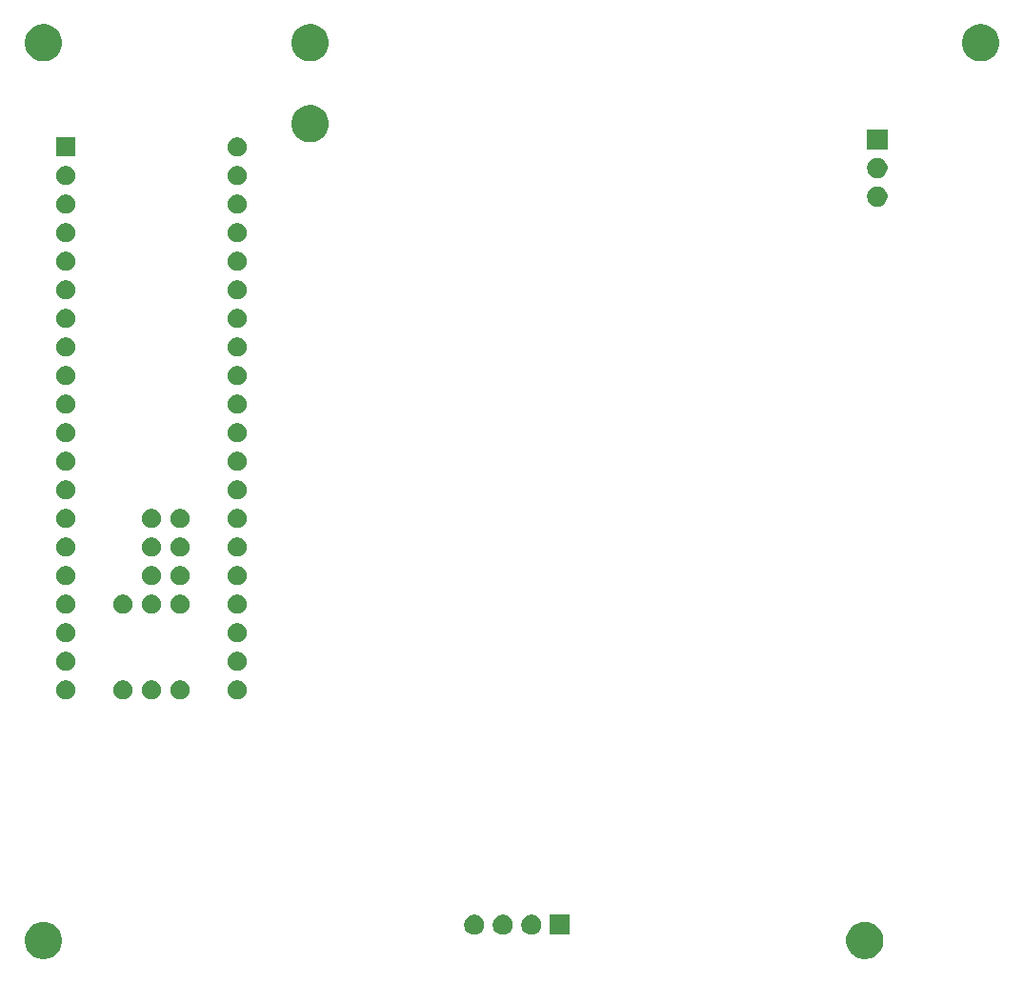
<source format=gbr>
G04 #@! TF.GenerationSoftware,KiCad,Pcbnew,(5.1.5)-3*
G04 #@! TF.CreationDate,2020-05-26T01:54:40-08:00*
G04 #@! TF.ProjectId,board,626f6172-642e-46b6-9963-61645f706362,rev?*
G04 #@! TF.SameCoordinates,Original*
G04 #@! TF.FileFunction,Soldermask,Bot*
G04 #@! TF.FilePolarity,Negative*
%FSLAX46Y46*%
G04 Gerber Fmt 4.6, Leading zero omitted, Abs format (unit mm)*
G04 Created by KiCad (PCBNEW (5.1.5)-3) date 2020-05-26 01:54:40*
%MOMM*%
%LPD*%
G04 APERTURE LIST*
%ADD10C,0.100000*%
G04 APERTURE END LIST*
D10*
G36*
X191575256Y-134991298D02*
G01*
X191681579Y-135012447D01*
X191982042Y-135136903D01*
X192252451Y-135317585D01*
X192482415Y-135547549D01*
X192663097Y-135817958D01*
X192787553Y-136118421D01*
X192851000Y-136437391D01*
X192851000Y-136762609D01*
X192787553Y-137081579D01*
X192663097Y-137382042D01*
X192482415Y-137652451D01*
X192252451Y-137882415D01*
X191982042Y-138063097D01*
X191681579Y-138187553D01*
X191575256Y-138208702D01*
X191362611Y-138251000D01*
X191037389Y-138251000D01*
X190824744Y-138208702D01*
X190718421Y-138187553D01*
X190417958Y-138063097D01*
X190147549Y-137882415D01*
X189917585Y-137652451D01*
X189736903Y-137382042D01*
X189612447Y-137081579D01*
X189549000Y-136762609D01*
X189549000Y-136437391D01*
X189612447Y-136118421D01*
X189736903Y-135817958D01*
X189917585Y-135547549D01*
X190147549Y-135317585D01*
X190417958Y-135136903D01*
X190718421Y-135012447D01*
X190824744Y-134991298D01*
X191037389Y-134949000D01*
X191362611Y-134949000D01*
X191575256Y-134991298D01*
G37*
G36*
X118575256Y-134991298D02*
G01*
X118681579Y-135012447D01*
X118982042Y-135136903D01*
X119252451Y-135317585D01*
X119482415Y-135547549D01*
X119663097Y-135817958D01*
X119787553Y-136118421D01*
X119851000Y-136437391D01*
X119851000Y-136762609D01*
X119787553Y-137081579D01*
X119663097Y-137382042D01*
X119482415Y-137652451D01*
X119252451Y-137882415D01*
X118982042Y-138063097D01*
X118681579Y-138187553D01*
X118575256Y-138208702D01*
X118362611Y-138251000D01*
X118037389Y-138251000D01*
X117824744Y-138208702D01*
X117718421Y-138187553D01*
X117417958Y-138063097D01*
X117147549Y-137882415D01*
X116917585Y-137652451D01*
X116736903Y-137382042D01*
X116612447Y-137081579D01*
X116549000Y-136762609D01*
X116549000Y-136437391D01*
X116612447Y-136118421D01*
X116736903Y-135817958D01*
X116917585Y-135547549D01*
X117147549Y-135317585D01*
X117417958Y-135136903D01*
X117718421Y-135012447D01*
X117824744Y-134991298D01*
X118037389Y-134949000D01*
X118362611Y-134949000D01*
X118575256Y-134991298D01*
G37*
G36*
X159133512Y-134303927D02*
G01*
X159282812Y-134333624D01*
X159446784Y-134401544D01*
X159594354Y-134500147D01*
X159719853Y-134625646D01*
X159818456Y-134773216D01*
X159886376Y-134937188D01*
X159921000Y-135111259D01*
X159921000Y-135288741D01*
X159886376Y-135462812D01*
X159818456Y-135626784D01*
X159719853Y-135774354D01*
X159594354Y-135899853D01*
X159446784Y-135998456D01*
X159282812Y-136066376D01*
X159133512Y-136096073D01*
X159108742Y-136101000D01*
X158931258Y-136101000D01*
X158906488Y-136096073D01*
X158757188Y-136066376D01*
X158593216Y-135998456D01*
X158445646Y-135899853D01*
X158320147Y-135774354D01*
X158221544Y-135626784D01*
X158153624Y-135462812D01*
X158119000Y-135288741D01*
X158119000Y-135111259D01*
X158153624Y-134937188D01*
X158221544Y-134773216D01*
X158320147Y-134625646D01*
X158445646Y-134500147D01*
X158593216Y-134401544D01*
X158757188Y-134333624D01*
X158906488Y-134303927D01*
X158931258Y-134299000D01*
X159108742Y-134299000D01*
X159133512Y-134303927D01*
G37*
G36*
X161673512Y-134303927D02*
G01*
X161822812Y-134333624D01*
X161986784Y-134401544D01*
X162134354Y-134500147D01*
X162259853Y-134625646D01*
X162358456Y-134773216D01*
X162426376Y-134937188D01*
X162461000Y-135111259D01*
X162461000Y-135288741D01*
X162426376Y-135462812D01*
X162358456Y-135626784D01*
X162259853Y-135774354D01*
X162134354Y-135899853D01*
X161986784Y-135998456D01*
X161822812Y-136066376D01*
X161673512Y-136096073D01*
X161648742Y-136101000D01*
X161471258Y-136101000D01*
X161446488Y-136096073D01*
X161297188Y-136066376D01*
X161133216Y-135998456D01*
X160985646Y-135899853D01*
X160860147Y-135774354D01*
X160761544Y-135626784D01*
X160693624Y-135462812D01*
X160659000Y-135288741D01*
X160659000Y-135111259D01*
X160693624Y-134937188D01*
X160761544Y-134773216D01*
X160860147Y-134625646D01*
X160985646Y-134500147D01*
X161133216Y-134401544D01*
X161297188Y-134333624D01*
X161446488Y-134303927D01*
X161471258Y-134299000D01*
X161648742Y-134299000D01*
X161673512Y-134303927D01*
G37*
G36*
X165001000Y-136101000D02*
G01*
X163199000Y-136101000D01*
X163199000Y-134299000D01*
X165001000Y-134299000D01*
X165001000Y-136101000D01*
G37*
G36*
X156593512Y-134303927D02*
G01*
X156742812Y-134333624D01*
X156906784Y-134401544D01*
X157054354Y-134500147D01*
X157179853Y-134625646D01*
X157278456Y-134773216D01*
X157346376Y-134937188D01*
X157381000Y-135111259D01*
X157381000Y-135288741D01*
X157346376Y-135462812D01*
X157278456Y-135626784D01*
X157179853Y-135774354D01*
X157054354Y-135899853D01*
X156906784Y-135998456D01*
X156742812Y-136066376D01*
X156593512Y-136096073D01*
X156568742Y-136101000D01*
X156391258Y-136101000D01*
X156366488Y-136096073D01*
X156217188Y-136066376D01*
X156053216Y-135998456D01*
X155905646Y-135899853D01*
X155780147Y-135774354D01*
X155681544Y-135626784D01*
X155613624Y-135462812D01*
X155579000Y-135288741D01*
X155579000Y-135111259D01*
X155613624Y-134937188D01*
X155681544Y-134773216D01*
X155780147Y-134625646D01*
X155905646Y-134500147D01*
X156053216Y-134401544D01*
X156217188Y-134333624D01*
X156366488Y-134303927D01*
X156391258Y-134299000D01*
X156568742Y-134299000D01*
X156593512Y-134303927D01*
G37*
G36*
X125508228Y-113511703D02*
G01*
X125663100Y-113575853D01*
X125802481Y-113668985D01*
X125921015Y-113787519D01*
X126014147Y-113926900D01*
X126078297Y-114081772D01*
X126111000Y-114246184D01*
X126111000Y-114413816D01*
X126078297Y-114578228D01*
X126014147Y-114733100D01*
X125921015Y-114872481D01*
X125802481Y-114991015D01*
X125663100Y-115084147D01*
X125508228Y-115148297D01*
X125343816Y-115181000D01*
X125176184Y-115181000D01*
X125011772Y-115148297D01*
X124856900Y-115084147D01*
X124717519Y-114991015D01*
X124598985Y-114872481D01*
X124505853Y-114733100D01*
X124441703Y-114578228D01*
X124409000Y-114413816D01*
X124409000Y-114246184D01*
X124441703Y-114081772D01*
X124505853Y-113926900D01*
X124598985Y-113787519D01*
X124717519Y-113668985D01*
X124856900Y-113575853D01*
X125011772Y-113511703D01*
X125176184Y-113479000D01*
X125343816Y-113479000D01*
X125508228Y-113511703D01*
G37*
G36*
X135668228Y-113511703D02*
G01*
X135823100Y-113575853D01*
X135962481Y-113668985D01*
X136081015Y-113787519D01*
X136174147Y-113926900D01*
X136238297Y-114081772D01*
X136271000Y-114246184D01*
X136271000Y-114413816D01*
X136238297Y-114578228D01*
X136174147Y-114733100D01*
X136081015Y-114872481D01*
X135962481Y-114991015D01*
X135823100Y-115084147D01*
X135668228Y-115148297D01*
X135503816Y-115181000D01*
X135336184Y-115181000D01*
X135171772Y-115148297D01*
X135016900Y-115084147D01*
X134877519Y-114991015D01*
X134758985Y-114872481D01*
X134665853Y-114733100D01*
X134601703Y-114578228D01*
X134569000Y-114413816D01*
X134569000Y-114246184D01*
X134601703Y-114081772D01*
X134665853Y-113926900D01*
X134758985Y-113787519D01*
X134877519Y-113668985D01*
X135016900Y-113575853D01*
X135171772Y-113511703D01*
X135336184Y-113479000D01*
X135503816Y-113479000D01*
X135668228Y-113511703D01*
G37*
G36*
X130588228Y-113511703D02*
G01*
X130743100Y-113575853D01*
X130882481Y-113668985D01*
X131001015Y-113787519D01*
X131094147Y-113926900D01*
X131158297Y-114081772D01*
X131191000Y-114246184D01*
X131191000Y-114413816D01*
X131158297Y-114578228D01*
X131094147Y-114733100D01*
X131001015Y-114872481D01*
X130882481Y-114991015D01*
X130743100Y-115084147D01*
X130588228Y-115148297D01*
X130423816Y-115181000D01*
X130256184Y-115181000D01*
X130091772Y-115148297D01*
X129936900Y-115084147D01*
X129797519Y-114991015D01*
X129678985Y-114872481D01*
X129585853Y-114733100D01*
X129521703Y-114578228D01*
X129489000Y-114413816D01*
X129489000Y-114246184D01*
X129521703Y-114081772D01*
X129585853Y-113926900D01*
X129678985Y-113787519D01*
X129797519Y-113668985D01*
X129936900Y-113575853D01*
X130091772Y-113511703D01*
X130256184Y-113479000D01*
X130423816Y-113479000D01*
X130588228Y-113511703D01*
G37*
G36*
X128048228Y-113511703D02*
G01*
X128203100Y-113575853D01*
X128342481Y-113668985D01*
X128461015Y-113787519D01*
X128554147Y-113926900D01*
X128618297Y-114081772D01*
X128651000Y-114246184D01*
X128651000Y-114413816D01*
X128618297Y-114578228D01*
X128554147Y-114733100D01*
X128461015Y-114872481D01*
X128342481Y-114991015D01*
X128203100Y-115084147D01*
X128048228Y-115148297D01*
X127883816Y-115181000D01*
X127716184Y-115181000D01*
X127551772Y-115148297D01*
X127396900Y-115084147D01*
X127257519Y-114991015D01*
X127138985Y-114872481D01*
X127045853Y-114733100D01*
X126981703Y-114578228D01*
X126949000Y-114413816D01*
X126949000Y-114246184D01*
X126981703Y-114081772D01*
X127045853Y-113926900D01*
X127138985Y-113787519D01*
X127257519Y-113668985D01*
X127396900Y-113575853D01*
X127551772Y-113511703D01*
X127716184Y-113479000D01*
X127883816Y-113479000D01*
X128048228Y-113511703D01*
G37*
G36*
X120428228Y-113511703D02*
G01*
X120583100Y-113575853D01*
X120722481Y-113668985D01*
X120841015Y-113787519D01*
X120934147Y-113926900D01*
X120998297Y-114081772D01*
X121031000Y-114246184D01*
X121031000Y-114413816D01*
X120998297Y-114578228D01*
X120934147Y-114733100D01*
X120841015Y-114872481D01*
X120722481Y-114991015D01*
X120583100Y-115084147D01*
X120428228Y-115148297D01*
X120263816Y-115181000D01*
X120096184Y-115181000D01*
X119931772Y-115148297D01*
X119776900Y-115084147D01*
X119637519Y-114991015D01*
X119518985Y-114872481D01*
X119425853Y-114733100D01*
X119361703Y-114578228D01*
X119329000Y-114413816D01*
X119329000Y-114246184D01*
X119361703Y-114081772D01*
X119425853Y-113926900D01*
X119518985Y-113787519D01*
X119637519Y-113668985D01*
X119776900Y-113575853D01*
X119931772Y-113511703D01*
X120096184Y-113479000D01*
X120263816Y-113479000D01*
X120428228Y-113511703D01*
G37*
G36*
X135668228Y-110971703D02*
G01*
X135823100Y-111035853D01*
X135962481Y-111128985D01*
X136081015Y-111247519D01*
X136174147Y-111386900D01*
X136238297Y-111541772D01*
X136271000Y-111706184D01*
X136271000Y-111873816D01*
X136238297Y-112038228D01*
X136174147Y-112193100D01*
X136081015Y-112332481D01*
X135962481Y-112451015D01*
X135823100Y-112544147D01*
X135668228Y-112608297D01*
X135503816Y-112641000D01*
X135336184Y-112641000D01*
X135171772Y-112608297D01*
X135016900Y-112544147D01*
X134877519Y-112451015D01*
X134758985Y-112332481D01*
X134665853Y-112193100D01*
X134601703Y-112038228D01*
X134569000Y-111873816D01*
X134569000Y-111706184D01*
X134601703Y-111541772D01*
X134665853Y-111386900D01*
X134758985Y-111247519D01*
X134877519Y-111128985D01*
X135016900Y-111035853D01*
X135171772Y-110971703D01*
X135336184Y-110939000D01*
X135503816Y-110939000D01*
X135668228Y-110971703D01*
G37*
G36*
X120428228Y-110971703D02*
G01*
X120583100Y-111035853D01*
X120722481Y-111128985D01*
X120841015Y-111247519D01*
X120934147Y-111386900D01*
X120998297Y-111541772D01*
X121031000Y-111706184D01*
X121031000Y-111873816D01*
X120998297Y-112038228D01*
X120934147Y-112193100D01*
X120841015Y-112332481D01*
X120722481Y-112451015D01*
X120583100Y-112544147D01*
X120428228Y-112608297D01*
X120263816Y-112641000D01*
X120096184Y-112641000D01*
X119931772Y-112608297D01*
X119776900Y-112544147D01*
X119637519Y-112451015D01*
X119518985Y-112332481D01*
X119425853Y-112193100D01*
X119361703Y-112038228D01*
X119329000Y-111873816D01*
X119329000Y-111706184D01*
X119361703Y-111541772D01*
X119425853Y-111386900D01*
X119518985Y-111247519D01*
X119637519Y-111128985D01*
X119776900Y-111035853D01*
X119931772Y-110971703D01*
X120096184Y-110939000D01*
X120263816Y-110939000D01*
X120428228Y-110971703D01*
G37*
G36*
X135668228Y-108431703D02*
G01*
X135823100Y-108495853D01*
X135962481Y-108588985D01*
X136081015Y-108707519D01*
X136174147Y-108846900D01*
X136238297Y-109001772D01*
X136271000Y-109166184D01*
X136271000Y-109333816D01*
X136238297Y-109498228D01*
X136174147Y-109653100D01*
X136081015Y-109792481D01*
X135962481Y-109911015D01*
X135823100Y-110004147D01*
X135668228Y-110068297D01*
X135503816Y-110101000D01*
X135336184Y-110101000D01*
X135171772Y-110068297D01*
X135016900Y-110004147D01*
X134877519Y-109911015D01*
X134758985Y-109792481D01*
X134665853Y-109653100D01*
X134601703Y-109498228D01*
X134569000Y-109333816D01*
X134569000Y-109166184D01*
X134601703Y-109001772D01*
X134665853Y-108846900D01*
X134758985Y-108707519D01*
X134877519Y-108588985D01*
X135016900Y-108495853D01*
X135171772Y-108431703D01*
X135336184Y-108399000D01*
X135503816Y-108399000D01*
X135668228Y-108431703D01*
G37*
G36*
X120428228Y-108431703D02*
G01*
X120583100Y-108495853D01*
X120722481Y-108588985D01*
X120841015Y-108707519D01*
X120934147Y-108846900D01*
X120998297Y-109001772D01*
X121031000Y-109166184D01*
X121031000Y-109333816D01*
X120998297Y-109498228D01*
X120934147Y-109653100D01*
X120841015Y-109792481D01*
X120722481Y-109911015D01*
X120583100Y-110004147D01*
X120428228Y-110068297D01*
X120263816Y-110101000D01*
X120096184Y-110101000D01*
X119931772Y-110068297D01*
X119776900Y-110004147D01*
X119637519Y-109911015D01*
X119518985Y-109792481D01*
X119425853Y-109653100D01*
X119361703Y-109498228D01*
X119329000Y-109333816D01*
X119329000Y-109166184D01*
X119361703Y-109001772D01*
X119425853Y-108846900D01*
X119518985Y-108707519D01*
X119637519Y-108588985D01*
X119776900Y-108495853D01*
X119931772Y-108431703D01*
X120096184Y-108399000D01*
X120263816Y-108399000D01*
X120428228Y-108431703D01*
G37*
G36*
X128048228Y-105891703D02*
G01*
X128203100Y-105955853D01*
X128342481Y-106048985D01*
X128461015Y-106167519D01*
X128554147Y-106306900D01*
X128618297Y-106461772D01*
X128651000Y-106626184D01*
X128651000Y-106793816D01*
X128618297Y-106958228D01*
X128554147Y-107113100D01*
X128461015Y-107252481D01*
X128342481Y-107371015D01*
X128203100Y-107464147D01*
X128048228Y-107528297D01*
X127883816Y-107561000D01*
X127716184Y-107561000D01*
X127551772Y-107528297D01*
X127396900Y-107464147D01*
X127257519Y-107371015D01*
X127138985Y-107252481D01*
X127045853Y-107113100D01*
X126981703Y-106958228D01*
X126949000Y-106793816D01*
X126949000Y-106626184D01*
X126981703Y-106461772D01*
X127045853Y-106306900D01*
X127138985Y-106167519D01*
X127257519Y-106048985D01*
X127396900Y-105955853D01*
X127551772Y-105891703D01*
X127716184Y-105859000D01*
X127883816Y-105859000D01*
X128048228Y-105891703D01*
G37*
G36*
X120428228Y-105891703D02*
G01*
X120583100Y-105955853D01*
X120722481Y-106048985D01*
X120841015Y-106167519D01*
X120934147Y-106306900D01*
X120998297Y-106461772D01*
X121031000Y-106626184D01*
X121031000Y-106793816D01*
X120998297Y-106958228D01*
X120934147Y-107113100D01*
X120841015Y-107252481D01*
X120722481Y-107371015D01*
X120583100Y-107464147D01*
X120428228Y-107528297D01*
X120263816Y-107561000D01*
X120096184Y-107561000D01*
X119931772Y-107528297D01*
X119776900Y-107464147D01*
X119637519Y-107371015D01*
X119518985Y-107252481D01*
X119425853Y-107113100D01*
X119361703Y-106958228D01*
X119329000Y-106793816D01*
X119329000Y-106626184D01*
X119361703Y-106461772D01*
X119425853Y-106306900D01*
X119518985Y-106167519D01*
X119637519Y-106048985D01*
X119776900Y-105955853D01*
X119931772Y-105891703D01*
X120096184Y-105859000D01*
X120263816Y-105859000D01*
X120428228Y-105891703D01*
G37*
G36*
X125508228Y-105891703D02*
G01*
X125663100Y-105955853D01*
X125802481Y-106048985D01*
X125921015Y-106167519D01*
X126014147Y-106306900D01*
X126078297Y-106461772D01*
X126111000Y-106626184D01*
X126111000Y-106793816D01*
X126078297Y-106958228D01*
X126014147Y-107113100D01*
X125921015Y-107252481D01*
X125802481Y-107371015D01*
X125663100Y-107464147D01*
X125508228Y-107528297D01*
X125343816Y-107561000D01*
X125176184Y-107561000D01*
X125011772Y-107528297D01*
X124856900Y-107464147D01*
X124717519Y-107371015D01*
X124598985Y-107252481D01*
X124505853Y-107113100D01*
X124441703Y-106958228D01*
X124409000Y-106793816D01*
X124409000Y-106626184D01*
X124441703Y-106461772D01*
X124505853Y-106306900D01*
X124598985Y-106167519D01*
X124717519Y-106048985D01*
X124856900Y-105955853D01*
X125011772Y-105891703D01*
X125176184Y-105859000D01*
X125343816Y-105859000D01*
X125508228Y-105891703D01*
G37*
G36*
X130588228Y-105891703D02*
G01*
X130743100Y-105955853D01*
X130882481Y-106048985D01*
X131001015Y-106167519D01*
X131094147Y-106306900D01*
X131158297Y-106461772D01*
X131191000Y-106626184D01*
X131191000Y-106793816D01*
X131158297Y-106958228D01*
X131094147Y-107113100D01*
X131001015Y-107252481D01*
X130882481Y-107371015D01*
X130743100Y-107464147D01*
X130588228Y-107528297D01*
X130423816Y-107561000D01*
X130256184Y-107561000D01*
X130091772Y-107528297D01*
X129936900Y-107464147D01*
X129797519Y-107371015D01*
X129678985Y-107252481D01*
X129585853Y-107113100D01*
X129521703Y-106958228D01*
X129489000Y-106793816D01*
X129489000Y-106626184D01*
X129521703Y-106461772D01*
X129585853Y-106306900D01*
X129678985Y-106167519D01*
X129797519Y-106048985D01*
X129936900Y-105955853D01*
X130091772Y-105891703D01*
X130256184Y-105859000D01*
X130423816Y-105859000D01*
X130588228Y-105891703D01*
G37*
G36*
X135668228Y-105891703D02*
G01*
X135823100Y-105955853D01*
X135962481Y-106048985D01*
X136081015Y-106167519D01*
X136174147Y-106306900D01*
X136238297Y-106461772D01*
X136271000Y-106626184D01*
X136271000Y-106793816D01*
X136238297Y-106958228D01*
X136174147Y-107113100D01*
X136081015Y-107252481D01*
X135962481Y-107371015D01*
X135823100Y-107464147D01*
X135668228Y-107528297D01*
X135503816Y-107561000D01*
X135336184Y-107561000D01*
X135171772Y-107528297D01*
X135016900Y-107464147D01*
X134877519Y-107371015D01*
X134758985Y-107252481D01*
X134665853Y-107113100D01*
X134601703Y-106958228D01*
X134569000Y-106793816D01*
X134569000Y-106626184D01*
X134601703Y-106461772D01*
X134665853Y-106306900D01*
X134758985Y-106167519D01*
X134877519Y-106048985D01*
X135016900Y-105955853D01*
X135171772Y-105891703D01*
X135336184Y-105859000D01*
X135503816Y-105859000D01*
X135668228Y-105891703D01*
G37*
G36*
X135668228Y-103351703D02*
G01*
X135823100Y-103415853D01*
X135962481Y-103508985D01*
X136081015Y-103627519D01*
X136174147Y-103766900D01*
X136238297Y-103921772D01*
X136271000Y-104086184D01*
X136271000Y-104253816D01*
X136238297Y-104418228D01*
X136174147Y-104573100D01*
X136081015Y-104712481D01*
X135962481Y-104831015D01*
X135823100Y-104924147D01*
X135668228Y-104988297D01*
X135503816Y-105021000D01*
X135336184Y-105021000D01*
X135171772Y-104988297D01*
X135016900Y-104924147D01*
X134877519Y-104831015D01*
X134758985Y-104712481D01*
X134665853Y-104573100D01*
X134601703Y-104418228D01*
X134569000Y-104253816D01*
X134569000Y-104086184D01*
X134601703Y-103921772D01*
X134665853Y-103766900D01*
X134758985Y-103627519D01*
X134877519Y-103508985D01*
X135016900Y-103415853D01*
X135171772Y-103351703D01*
X135336184Y-103319000D01*
X135503816Y-103319000D01*
X135668228Y-103351703D01*
G37*
G36*
X130588228Y-103351703D02*
G01*
X130743100Y-103415853D01*
X130882481Y-103508985D01*
X131001015Y-103627519D01*
X131094147Y-103766900D01*
X131158297Y-103921772D01*
X131191000Y-104086184D01*
X131191000Y-104253816D01*
X131158297Y-104418228D01*
X131094147Y-104573100D01*
X131001015Y-104712481D01*
X130882481Y-104831015D01*
X130743100Y-104924147D01*
X130588228Y-104988297D01*
X130423816Y-105021000D01*
X130256184Y-105021000D01*
X130091772Y-104988297D01*
X129936900Y-104924147D01*
X129797519Y-104831015D01*
X129678985Y-104712481D01*
X129585853Y-104573100D01*
X129521703Y-104418228D01*
X129489000Y-104253816D01*
X129489000Y-104086184D01*
X129521703Y-103921772D01*
X129585853Y-103766900D01*
X129678985Y-103627519D01*
X129797519Y-103508985D01*
X129936900Y-103415853D01*
X130091772Y-103351703D01*
X130256184Y-103319000D01*
X130423816Y-103319000D01*
X130588228Y-103351703D01*
G37*
G36*
X128048228Y-103351703D02*
G01*
X128203100Y-103415853D01*
X128342481Y-103508985D01*
X128461015Y-103627519D01*
X128554147Y-103766900D01*
X128618297Y-103921772D01*
X128651000Y-104086184D01*
X128651000Y-104253816D01*
X128618297Y-104418228D01*
X128554147Y-104573100D01*
X128461015Y-104712481D01*
X128342481Y-104831015D01*
X128203100Y-104924147D01*
X128048228Y-104988297D01*
X127883816Y-105021000D01*
X127716184Y-105021000D01*
X127551772Y-104988297D01*
X127396900Y-104924147D01*
X127257519Y-104831015D01*
X127138985Y-104712481D01*
X127045853Y-104573100D01*
X126981703Y-104418228D01*
X126949000Y-104253816D01*
X126949000Y-104086184D01*
X126981703Y-103921772D01*
X127045853Y-103766900D01*
X127138985Y-103627519D01*
X127257519Y-103508985D01*
X127396900Y-103415853D01*
X127551772Y-103351703D01*
X127716184Y-103319000D01*
X127883816Y-103319000D01*
X128048228Y-103351703D01*
G37*
G36*
X120428228Y-103351703D02*
G01*
X120583100Y-103415853D01*
X120722481Y-103508985D01*
X120841015Y-103627519D01*
X120934147Y-103766900D01*
X120998297Y-103921772D01*
X121031000Y-104086184D01*
X121031000Y-104253816D01*
X120998297Y-104418228D01*
X120934147Y-104573100D01*
X120841015Y-104712481D01*
X120722481Y-104831015D01*
X120583100Y-104924147D01*
X120428228Y-104988297D01*
X120263816Y-105021000D01*
X120096184Y-105021000D01*
X119931772Y-104988297D01*
X119776900Y-104924147D01*
X119637519Y-104831015D01*
X119518985Y-104712481D01*
X119425853Y-104573100D01*
X119361703Y-104418228D01*
X119329000Y-104253816D01*
X119329000Y-104086184D01*
X119361703Y-103921772D01*
X119425853Y-103766900D01*
X119518985Y-103627519D01*
X119637519Y-103508985D01*
X119776900Y-103415853D01*
X119931772Y-103351703D01*
X120096184Y-103319000D01*
X120263816Y-103319000D01*
X120428228Y-103351703D01*
G37*
G36*
X135668228Y-100811703D02*
G01*
X135823100Y-100875853D01*
X135962481Y-100968985D01*
X136081015Y-101087519D01*
X136174147Y-101226900D01*
X136238297Y-101381772D01*
X136271000Y-101546184D01*
X136271000Y-101713816D01*
X136238297Y-101878228D01*
X136174147Y-102033100D01*
X136081015Y-102172481D01*
X135962481Y-102291015D01*
X135823100Y-102384147D01*
X135668228Y-102448297D01*
X135503816Y-102481000D01*
X135336184Y-102481000D01*
X135171772Y-102448297D01*
X135016900Y-102384147D01*
X134877519Y-102291015D01*
X134758985Y-102172481D01*
X134665853Y-102033100D01*
X134601703Y-101878228D01*
X134569000Y-101713816D01*
X134569000Y-101546184D01*
X134601703Y-101381772D01*
X134665853Y-101226900D01*
X134758985Y-101087519D01*
X134877519Y-100968985D01*
X135016900Y-100875853D01*
X135171772Y-100811703D01*
X135336184Y-100779000D01*
X135503816Y-100779000D01*
X135668228Y-100811703D01*
G37*
G36*
X130588228Y-100811703D02*
G01*
X130743100Y-100875853D01*
X130882481Y-100968985D01*
X131001015Y-101087519D01*
X131094147Y-101226900D01*
X131158297Y-101381772D01*
X131191000Y-101546184D01*
X131191000Y-101713816D01*
X131158297Y-101878228D01*
X131094147Y-102033100D01*
X131001015Y-102172481D01*
X130882481Y-102291015D01*
X130743100Y-102384147D01*
X130588228Y-102448297D01*
X130423816Y-102481000D01*
X130256184Y-102481000D01*
X130091772Y-102448297D01*
X129936900Y-102384147D01*
X129797519Y-102291015D01*
X129678985Y-102172481D01*
X129585853Y-102033100D01*
X129521703Y-101878228D01*
X129489000Y-101713816D01*
X129489000Y-101546184D01*
X129521703Y-101381772D01*
X129585853Y-101226900D01*
X129678985Y-101087519D01*
X129797519Y-100968985D01*
X129936900Y-100875853D01*
X130091772Y-100811703D01*
X130256184Y-100779000D01*
X130423816Y-100779000D01*
X130588228Y-100811703D01*
G37*
G36*
X128048228Y-100811703D02*
G01*
X128203100Y-100875853D01*
X128342481Y-100968985D01*
X128461015Y-101087519D01*
X128554147Y-101226900D01*
X128618297Y-101381772D01*
X128651000Y-101546184D01*
X128651000Y-101713816D01*
X128618297Y-101878228D01*
X128554147Y-102033100D01*
X128461015Y-102172481D01*
X128342481Y-102291015D01*
X128203100Y-102384147D01*
X128048228Y-102448297D01*
X127883816Y-102481000D01*
X127716184Y-102481000D01*
X127551772Y-102448297D01*
X127396900Y-102384147D01*
X127257519Y-102291015D01*
X127138985Y-102172481D01*
X127045853Y-102033100D01*
X126981703Y-101878228D01*
X126949000Y-101713816D01*
X126949000Y-101546184D01*
X126981703Y-101381772D01*
X127045853Y-101226900D01*
X127138985Y-101087519D01*
X127257519Y-100968985D01*
X127396900Y-100875853D01*
X127551772Y-100811703D01*
X127716184Y-100779000D01*
X127883816Y-100779000D01*
X128048228Y-100811703D01*
G37*
G36*
X120428228Y-100811703D02*
G01*
X120583100Y-100875853D01*
X120722481Y-100968985D01*
X120841015Y-101087519D01*
X120934147Y-101226900D01*
X120998297Y-101381772D01*
X121031000Y-101546184D01*
X121031000Y-101713816D01*
X120998297Y-101878228D01*
X120934147Y-102033100D01*
X120841015Y-102172481D01*
X120722481Y-102291015D01*
X120583100Y-102384147D01*
X120428228Y-102448297D01*
X120263816Y-102481000D01*
X120096184Y-102481000D01*
X119931772Y-102448297D01*
X119776900Y-102384147D01*
X119637519Y-102291015D01*
X119518985Y-102172481D01*
X119425853Y-102033100D01*
X119361703Y-101878228D01*
X119329000Y-101713816D01*
X119329000Y-101546184D01*
X119361703Y-101381772D01*
X119425853Y-101226900D01*
X119518985Y-101087519D01*
X119637519Y-100968985D01*
X119776900Y-100875853D01*
X119931772Y-100811703D01*
X120096184Y-100779000D01*
X120263816Y-100779000D01*
X120428228Y-100811703D01*
G37*
G36*
X135668228Y-98271703D02*
G01*
X135823100Y-98335853D01*
X135962481Y-98428985D01*
X136081015Y-98547519D01*
X136174147Y-98686900D01*
X136238297Y-98841772D01*
X136271000Y-99006184D01*
X136271000Y-99173816D01*
X136238297Y-99338228D01*
X136174147Y-99493100D01*
X136081015Y-99632481D01*
X135962481Y-99751015D01*
X135823100Y-99844147D01*
X135668228Y-99908297D01*
X135503816Y-99941000D01*
X135336184Y-99941000D01*
X135171772Y-99908297D01*
X135016900Y-99844147D01*
X134877519Y-99751015D01*
X134758985Y-99632481D01*
X134665853Y-99493100D01*
X134601703Y-99338228D01*
X134569000Y-99173816D01*
X134569000Y-99006184D01*
X134601703Y-98841772D01*
X134665853Y-98686900D01*
X134758985Y-98547519D01*
X134877519Y-98428985D01*
X135016900Y-98335853D01*
X135171772Y-98271703D01*
X135336184Y-98239000D01*
X135503816Y-98239000D01*
X135668228Y-98271703D01*
G37*
G36*
X120428228Y-98271703D02*
G01*
X120583100Y-98335853D01*
X120722481Y-98428985D01*
X120841015Y-98547519D01*
X120934147Y-98686900D01*
X120998297Y-98841772D01*
X121031000Y-99006184D01*
X121031000Y-99173816D01*
X120998297Y-99338228D01*
X120934147Y-99493100D01*
X120841015Y-99632481D01*
X120722481Y-99751015D01*
X120583100Y-99844147D01*
X120428228Y-99908297D01*
X120263816Y-99941000D01*
X120096184Y-99941000D01*
X119931772Y-99908297D01*
X119776900Y-99844147D01*
X119637519Y-99751015D01*
X119518985Y-99632481D01*
X119425853Y-99493100D01*
X119361703Y-99338228D01*
X119329000Y-99173816D01*
X119329000Y-99006184D01*
X119361703Y-98841772D01*
X119425853Y-98686900D01*
X119518985Y-98547519D01*
X119637519Y-98428985D01*
X119776900Y-98335853D01*
X119931772Y-98271703D01*
X120096184Y-98239000D01*
X120263816Y-98239000D01*
X120428228Y-98271703D01*
G37*
G36*
X128048228Y-98271703D02*
G01*
X128203100Y-98335853D01*
X128342481Y-98428985D01*
X128461015Y-98547519D01*
X128554147Y-98686900D01*
X128618297Y-98841772D01*
X128651000Y-99006184D01*
X128651000Y-99173816D01*
X128618297Y-99338228D01*
X128554147Y-99493100D01*
X128461015Y-99632481D01*
X128342481Y-99751015D01*
X128203100Y-99844147D01*
X128048228Y-99908297D01*
X127883816Y-99941000D01*
X127716184Y-99941000D01*
X127551772Y-99908297D01*
X127396900Y-99844147D01*
X127257519Y-99751015D01*
X127138985Y-99632481D01*
X127045853Y-99493100D01*
X126981703Y-99338228D01*
X126949000Y-99173816D01*
X126949000Y-99006184D01*
X126981703Y-98841772D01*
X127045853Y-98686900D01*
X127138985Y-98547519D01*
X127257519Y-98428985D01*
X127396900Y-98335853D01*
X127551772Y-98271703D01*
X127716184Y-98239000D01*
X127883816Y-98239000D01*
X128048228Y-98271703D01*
G37*
G36*
X130588228Y-98271703D02*
G01*
X130743100Y-98335853D01*
X130882481Y-98428985D01*
X131001015Y-98547519D01*
X131094147Y-98686900D01*
X131158297Y-98841772D01*
X131191000Y-99006184D01*
X131191000Y-99173816D01*
X131158297Y-99338228D01*
X131094147Y-99493100D01*
X131001015Y-99632481D01*
X130882481Y-99751015D01*
X130743100Y-99844147D01*
X130588228Y-99908297D01*
X130423816Y-99941000D01*
X130256184Y-99941000D01*
X130091772Y-99908297D01*
X129936900Y-99844147D01*
X129797519Y-99751015D01*
X129678985Y-99632481D01*
X129585853Y-99493100D01*
X129521703Y-99338228D01*
X129489000Y-99173816D01*
X129489000Y-99006184D01*
X129521703Y-98841772D01*
X129585853Y-98686900D01*
X129678985Y-98547519D01*
X129797519Y-98428985D01*
X129936900Y-98335853D01*
X130091772Y-98271703D01*
X130256184Y-98239000D01*
X130423816Y-98239000D01*
X130588228Y-98271703D01*
G37*
G36*
X120428228Y-95731703D02*
G01*
X120583100Y-95795853D01*
X120722481Y-95888985D01*
X120841015Y-96007519D01*
X120934147Y-96146900D01*
X120998297Y-96301772D01*
X121031000Y-96466184D01*
X121031000Y-96633816D01*
X120998297Y-96798228D01*
X120934147Y-96953100D01*
X120841015Y-97092481D01*
X120722481Y-97211015D01*
X120583100Y-97304147D01*
X120428228Y-97368297D01*
X120263816Y-97401000D01*
X120096184Y-97401000D01*
X119931772Y-97368297D01*
X119776900Y-97304147D01*
X119637519Y-97211015D01*
X119518985Y-97092481D01*
X119425853Y-96953100D01*
X119361703Y-96798228D01*
X119329000Y-96633816D01*
X119329000Y-96466184D01*
X119361703Y-96301772D01*
X119425853Y-96146900D01*
X119518985Y-96007519D01*
X119637519Y-95888985D01*
X119776900Y-95795853D01*
X119931772Y-95731703D01*
X120096184Y-95699000D01*
X120263816Y-95699000D01*
X120428228Y-95731703D01*
G37*
G36*
X135668228Y-95731703D02*
G01*
X135823100Y-95795853D01*
X135962481Y-95888985D01*
X136081015Y-96007519D01*
X136174147Y-96146900D01*
X136238297Y-96301772D01*
X136271000Y-96466184D01*
X136271000Y-96633816D01*
X136238297Y-96798228D01*
X136174147Y-96953100D01*
X136081015Y-97092481D01*
X135962481Y-97211015D01*
X135823100Y-97304147D01*
X135668228Y-97368297D01*
X135503816Y-97401000D01*
X135336184Y-97401000D01*
X135171772Y-97368297D01*
X135016900Y-97304147D01*
X134877519Y-97211015D01*
X134758985Y-97092481D01*
X134665853Y-96953100D01*
X134601703Y-96798228D01*
X134569000Y-96633816D01*
X134569000Y-96466184D01*
X134601703Y-96301772D01*
X134665853Y-96146900D01*
X134758985Y-96007519D01*
X134877519Y-95888985D01*
X135016900Y-95795853D01*
X135171772Y-95731703D01*
X135336184Y-95699000D01*
X135503816Y-95699000D01*
X135668228Y-95731703D01*
G37*
G36*
X120428228Y-93191703D02*
G01*
X120583100Y-93255853D01*
X120722481Y-93348985D01*
X120841015Y-93467519D01*
X120934147Y-93606900D01*
X120998297Y-93761772D01*
X121031000Y-93926184D01*
X121031000Y-94093816D01*
X120998297Y-94258228D01*
X120934147Y-94413100D01*
X120841015Y-94552481D01*
X120722481Y-94671015D01*
X120583100Y-94764147D01*
X120428228Y-94828297D01*
X120263816Y-94861000D01*
X120096184Y-94861000D01*
X119931772Y-94828297D01*
X119776900Y-94764147D01*
X119637519Y-94671015D01*
X119518985Y-94552481D01*
X119425853Y-94413100D01*
X119361703Y-94258228D01*
X119329000Y-94093816D01*
X119329000Y-93926184D01*
X119361703Y-93761772D01*
X119425853Y-93606900D01*
X119518985Y-93467519D01*
X119637519Y-93348985D01*
X119776900Y-93255853D01*
X119931772Y-93191703D01*
X120096184Y-93159000D01*
X120263816Y-93159000D01*
X120428228Y-93191703D01*
G37*
G36*
X135668228Y-93191703D02*
G01*
X135823100Y-93255853D01*
X135962481Y-93348985D01*
X136081015Y-93467519D01*
X136174147Y-93606900D01*
X136238297Y-93761772D01*
X136271000Y-93926184D01*
X136271000Y-94093816D01*
X136238297Y-94258228D01*
X136174147Y-94413100D01*
X136081015Y-94552481D01*
X135962481Y-94671015D01*
X135823100Y-94764147D01*
X135668228Y-94828297D01*
X135503816Y-94861000D01*
X135336184Y-94861000D01*
X135171772Y-94828297D01*
X135016900Y-94764147D01*
X134877519Y-94671015D01*
X134758985Y-94552481D01*
X134665853Y-94413100D01*
X134601703Y-94258228D01*
X134569000Y-94093816D01*
X134569000Y-93926184D01*
X134601703Y-93761772D01*
X134665853Y-93606900D01*
X134758985Y-93467519D01*
X134877519Y-93348985D01*
X135016900Y-93255853D01*
X135171772Y-93191703D01*
X135336184Y-93159000D01*
X135503816Y-93159000D01*
X135668228Y-93191703D01*
G37*
G36*
X120428228Y-90651703D02*
G01*
X120583100Y-90715853D01*
X120722481Y-90808985D01*
X120841015Y-90927519D01*
X120934147Y-91066900D01*
X120998297Y-91221772D01*
X121031000Y-91386184D01*
X121031000Y-91553816D01*
X120998297Y-91718228D01*
X120934147Y-91873100D01*
X120841015Y-92012481D01*
X120722481Y-92131015D01*
X120583100Y-92224147D01*
X120428228Y-92288297D01*
X120263816Y-92321000D01*
X120096184Y-92321000D01*
X119931772Y-92288297D01*
X119776900Y-92224147D01*
X119637519Y-92131015D01*
X119518985Y-92012481D01*
X119425853Y-91873100D01*
X119361703Y-91718228D01*
X119329000Y-91553816D01*
X119329000Y-91386184D01*
X119361703Y-91221772D01*
X119425853Y-91066900D01*
X119518985Y-90927519D01*
X119637519Y-90808985D01*
X119776900Y-90715853D01*
X119931772Y-90651703D01*
X120096184Y-90619000D01*
X120263816Y-90619000D01*
X120428228Y-90651703D01*
G37*
G36*
X135668228Y-90651703D02*
G01*
X135823100Y-90715853D01*
X135962481Y-90808985D01*
X136081015Y-90927519D01*
X136174147Y-91066900D01*
X136238297Y-91221772D01*
X136271000Y-91386184D01*
X136271000Y-91553816D01*
X136238297Y-91718228D01*
X136174147Y-91873100D01*
X136081015Y-92012481D01*
X135962481Y-92131015D01*
X135823100Y-92224147D01*
X135668228Y-92288297D01*
X135503816Y-92321000D01*
X135336184Y-92321000D01*
X135171772Y-92288297D01*
X135016900Y-92224147D01*
X134877519Y-92131015D01*
X134758985Y-92012481D01*
X134665853Y-91873100D01*
X134601703Y-91718228D01*
X134569000Y-91553816D01*
X134569000Y-91386184D01*
X134601703Y-91221772D01*
X134665853Y-91066900D01*
X134758985Y-90927519D01*
X134877519Y-90808985D01*
X135016900Y-90715853D01*
X135171772Y-90651703D01*
X135336184Y-90619000D01*
X135503816Y-90619000D01*
X135668228Y-90651703D01*
G37*
G36*
X135668228Y-88111703D02*
G01*
X135823100Y-88175853D01*
X135962481Y-88268985D01*
X136081015Y-88387519D01*
X136174147Y-88526900D01*
X136238297Y-88681772D01*
X136271000Y-88846184D01*
X136271000Y-89013816D01*
X136238297Y-89178228D01*
X136174147Y-89333100D01*
X136081015Y-89472481D01*
X135962481Y-89591015D01*
X135823100Y-89684147D01*
X135668228Y-89748297D01*
X135503816Y-89781000D01*
X135336184Y-89781000D01*
X135171772Y-89748297D01*
X135016900Y-89684147D01*
X134877519Y-89591015D01*
X134758985Y-89472481D01*
X134665853Y-89333100D01*
X134601703Y-89178228D01*
X134569000Y-89013816D01*
X134569000Y-88846184D01*
X134601703Y-88681772D01*
X134665853Y-88526900D01*
X134758985Y-88387519D01*
X134877519Y-88268985D01*
X135016900Y-88175853D01*
X135171772Y-88111703D01*
X135336184Y-88079000D01*
X135503816Y-88079000D01*
X135668228Y-88111703D01*
G37*
G36*
X120428228Y-88111703D02*
G01*
X120583100Y-88175853D01*
X120722481Y-88268985D01*
X120841015Y-88387519D01*
X120934147Y-88526900D01*
X120998297Y-88681772D01*
X121031000Y-88846184D01*
X121031000Y-89013816D01*
X120998297Y-89178228D01*
X120934147Y-89333100D01*
X120841015Y-89472481D01*
X120722481Y-89591015D01*
X120583100Y-89684147D01*
X120428228Y-89748297D01*
X120263816Y-89781000D01*
X120096184Y-89781000D01*
X119931772Y-89748297D01*
X119776900Y-89684147D01*
X119637519Y-89591015D01*
X119518985Y-89472481D01*
X119425853Y-89333100D01*
X119361703Y-89178228D01*
X119329000Y-89013816D01*
X119329000Y-88846184D01*
X119361703Y-88681772D01*
X119425853Y-88526900D01*
X119518985Y-88387519D01*
X119637519Y-88268985D01*
X119776900Y-88175853D01*
X119931772Y-88111703D01*
X120096184Y-88079000D01*
X120263816Y-88079000D01*
X120428228Y-88111703D01*
G37*
G36*
X135668228Y-85571703D02*
G01*
X135823100Y-85635853D01*
X135962481Y-85728985D01*
X136081015Y-85847519D01*
X136174147Y-85986900D01*
X136238297Y-86141772D01*
X136271000Y-86306184D01*
X136271000Y-86473816D01*
X136238297Y-86638228D01*
X136174147Y-86793100D01*
X136081015Y-86932481D01*
X135962481Y-87051015D01*
X135823100Y-87144147D01*
X135668228Y-87208297D01*
X135503816Y-87241000D01*
X135336184Y-87241000D01*
X135171772Y-87208297D01*
X135016900Y-87144147D01*
X134877519Y-87051015D01*
X134758985Y-86932481D01*
X134665853Y-86793100D01*
X134601703Y-86638228D01*
X134569000Y-86473816D01*
X134569000Y-86306184D01*
X134601703Y-86141772D01*
X134665853Y-85986900D01*
X134758985Y-85847519D01*
X134877519Y-85728985D01*
X135016900Y-85635853D01*
X135171772Y-85571703D01*
X135336184Y-85539000D01*
X135503816Y-85539000D01*
X135668228Y-85571703D01*
G37*
G36*
X120428228Y-85571703D02*
G01*
X120583100Y-85635853D01*
X120722481Y-85728985D01*
X120841015Y-85847519D01*
X120934147Y-85986900D01*
X120998297Y-86141772D01*
X121031000Y-86306184D01*
X121031000Y-86473816D01*
X120998297Y-86638228D01*
X120934147Y-86793100D01*
X120841015Y-86932481D01*
X120722481Y-87051015D01*
X120583100Y-87144147D01*
X120428228Y-87208297D01*
X120263816Y-87241000D01*
X120096184Y-87241000D01*
X119931772Y-87208297D01*
X119776900Y-87144147D01*
X119637519Y-87051015D01*
X119518985Y-86932481D01*
X119425853Y-86793100D01*
X119361703Y-86638228D01*
X119329000Y-86473816D01*
X119329000Y-86306184D01*
X119361703Y-86141772D01*
X119425853Y-85986900D01*
X119518985Y-85847519D01*
X119637519Y-85728985D01*
X119776900Y-85635853D01*
X119931772Y-85571703D01*
X120096184Y-85539000D01*
X120263816Y-85539000D01*
X120428228Y-85571703D01*
G37*
G36*
X135668228Y-83031703D02*
G01*
X135823100Y-83095853D01*
X135962481Y-83188985D01*
X136081015Y-83307519D01*
X136174147Y-83446900D01*
X136238297Y-83601772D01*
X136271000Y-83766184D01*
X136271000Y-83933816D01*
X136238297Y-84098228D01*
X136174147Y-84253100D01*
X136081015Y-84392481D01*
X135962481Y-84511015D01*
X135823100Y-84604147D01*
X135668228Y-84668297D01*
X135503816Y-84701000D01*
X135336184Y-84701000D01*
X135171772Y-84668297D01*
X135016900Y-84604147D01*
X134877519Y-84511015D01*
X134758985Y-84392481D01*
X134665853Y-84253100D01*
X134601703Y-84098228D01*
X134569000Y-83933816D01*
X134569000Y-83766184D01*
X134601703Y-83601772D01*
X134665853Y-83446900D01*
X134758985Y-83307519D01*
X134877519Y-83188985D01*
X135016900Y-83095853D01*
X135171772Y-83031703D01*
X135336184Y-82999000D01*
X135503816Y-82999000D01*
X135668228Y-83031703D01*
G37*
G36*
X120428228Y-83031703D02*
G01*
X120583100Y-83095853D01*
X120722481Y-83188985D01*
X120841015Y-83307519D01*
X120934147Y-83446900D01*
X120998297Y-83601772D01*
X121031000Y-83766184D01*
X121031000Y-83933816D01*
X120998297Y-84098228D01*
X120934147Y-84253100D01*
X120841015Y-84392481D01*
X120722481Y-84511015D01*
X120583100Y-84604147D01*
X120428228Y-84668297D01*
X120263816Y-84701000D01*
X120096184Y-84701000D01*
X119931772Y-84668297D01*
X119776900Y-84604147D01*
X119637519Y-84511015D01*
X119518985Y-84392481D01*
X119425853Y-84253100D01*
X119361703Y-84098228D01*
X119329000Y-83933816D01*
X119329000Y-83766184D01*
X119361703Y-83601772D01*
X119425853Y-83446900D01*
X119518985Y-83307519D01*
X119637519Y-83188985D01*
X119776900Y-83095853D01*
X119931772Y-83031703D01*
X120096184Y-82999000D01*
X120263816Y-82999000D01*
X120428228Y-83031703D01*
G37*
G36*
X120428228Y-80491703D02*
G01*
X120583100Y-80555853D01*
X120722481Y-80648985D01*
X120841015Y-80767519D01*
X120934147Y-80906900D01*
X120998297Y-81061772D01*
X121031000Y-81226184D01*
X121031000Y-81393816D01*
X120998297Y-81558228D01*
X120934147Y-81713100D01*
X120841015Y-81852481D01*
X120722481Y-81971015D01*
X120583100Y-82064147D01*
X120428228Y-82128297D01*
X120263816Y-82161000D01*
X120096184Y-82161000D01*
X119931772Y-82128297D01*
X119776900Y-82064147D01*
X119637519Y-81971015D01*
X119518985Y-81852481D01*
X119425853Y-81713100D01*
X119361703Y-81558228D01*
X119329000Y-81393816D01*
X119329000Y-81226184D01*
X119361703Y-81061772D01*
X119425853Y-80906900D01*
X119518985Y-80767519D01*
X119637519Y-80648985D01*
X119776900Y-80555853D01*
X119931772Y-80491703D01*
X120096184Y-80459000D01*
X120263816Y-80459000D01*
X120428228Y-80491703D01*
G37*
G36*
X135668228Y-80491703D02*
G01*
X135823100Y-80555853D01*
X135962481Y-80648985D01*
X136081015Y-80767519D01*
X136174147Y-80906900D01*
X136238297Y-81061772D01*
X136271000Y-81226184D01*
X136271000Y-81393816D01*
X136238297Y-81558228D01*
X136174147Y-81713100D01*
X136081015Y-81852481D01*
X135962481Y-81971015D01*
X135823100Y-82064147D01*
X135668228Y-82128297D01*
X135503816Y-82161000D01*
X135336184Y-82161000D01*
X135171772Y-82128297D01*
X135016900Y-82064147D01*
X134877519Y-81971015D01*
X134758985Y-81852481D01*
X134665853Y-81713100D01*
X134601703Y-81558228D01*
X134569000Y-81393816D01*
X134569000Y-81226184D01*
X134601703Y-81061772D01*
X134665853Y-80906900D01*
X134758985Y-80767519D01*
X134877519Y-80648985D01*
X135016900Y-80555853D01*
X135171772Y-80491703D01*
X135336184Y-80459000D01*
X135503816Y-80459000D01*
X135668228Y-80491703D01*
G37*
G36*
X135668228Y-77951703D02*
G01*
X135823100Y-78015853D01*
X135962481Y-78108985D01*
X136081015Y-78227519D01*
X136174147Y-78366900D01*
X136238297Y-78521772D01*
X136271000Y-78686184D01*
X136271000Y-78853816D01*
X136238297Y-79018228D01*
X136174147Y-79173100D01*
X136081015Y-79312481D01*
X135962481Y-79431015D01*
X135823100Y-79524147D01*
X135668228Y-79588297D01*
X135503816Y-79621000D01*
X135336184Y-79621000D01*
X135171772Y-79588297D01*
X135016900Y-79524147D01*
X134877519Y-79431015D01*
X134758985Y-79312481D01*
X134665853Y-79173100D01*
X134601703Y-79018228D01*
X134569000Y-78853816D01*
X134569000Y-78686184D01*
X134601703Y-78521772D01*
X134665853Y-78366900D01*
X134758985Y-78227519D01*
X134877519Y-78108985D01*
X135016900Y-78015853D01*
X135171772Y-77951703D01*
X135336184Y-77919000D01*
X135503816Y-77919000D01*
X135668228Y-77951703D01*
G37*
G36*
X120428228Y-77951703D02*
G01*
X120583100Y-78015853D01*
X120722481Y-78108985D01*
X120841015Y-78227519D01*
X120934147Y-78366900D01*
X120998297Y-78521772D01*
X121031000Y-78686184D01*
X121031000Y-78853816D01*
X120998297Y-79018228D01*
X120934147Y-79173100D01*
X120841015Y-79312481D01*
X120722481Y-79431015D01*
X120583100Y-79524147D01*
X120428228Y-79588297D01*
X120263816Y-79621000D01*
X120096184Y-79621000D01*
X119931772Y-79588297D01*
X119776900Y-79524147D01*
X119637519Y-79431015D01*
X119518985Y-79312481D01*
X119425853Y-79173100D01*
X119361703Y-79018228D01*
X119329000Y-78853816D01*
X119329000Y-78686184D01*
X119361703Y-78521772D01*
X119425853Y-78366900D01*
X119518985Y-78227519D01*
X119637519Y-78108985D01*
X119776900Y-78015853D01*
X119931772Y-77951703D01*
X120096184Y-77919000D01*
X120263816Y-77919000D01*
X120428228Y-77951703D01*
G37*
G36*
X120428228Y-75411703D02*
G01*
X120583100Y-75475853D01*
X120722481Y-75568985D01*
X120841015Y-75687519D01*
X120934147Y-75826900D01*
X120998297Y-75981772D01*
X121031000Y-76146184D01*
X121031000Y-76313816D01*
X120998297Y-76478228D01*
X120934147Y-76633100D01*
X120841015Y-76772481D01*
X120722481Y-76891015D01*
X120583100Y-76984147D01*
X120428228Y-77048297D01*
X120263816Y-77081000D01*
X120096184Y-77081000D01*
X119931772Y-77048297D01*
X119776900Y-76984147D01*
X119637519Y-76891015D01*
X119518985Y-76772481D01*
X119425853Y-76633100D01*
X119361703Y-76478228D01*
X119329000Y-76313816D01*
X119329000Y-76146184D01*
X119361703Y-75981772D01*
X119425853Y-75826900D01*
X119518985Y-75687519D01*
X119637519Y-75568985D01*
X119776900Y-75475853D01*
X119931772Y-75411703D01*
X120096184Y-75379000D01*
X120263816Y-75379000D01*
X120428228Y-75411703D01*
G37*
G36*
X135668228Y-75411703D02*
G01*
X135823100Y-75475853D01*
X135962481Y-75568985D01*
X136081015Y-75687519D01*
X136174147Y-75826900D01*
X136238297Y-75981772D01*
X136271000Y-76146184D01*
X136271000Y-76313816D01*
X136238297Y-76478228D01*
X136174147Y-76633100D01*
X136081015Y-76772481D01*
X135962481Y-76891015D01*
X135823100Y-76984147D01*
X135668228Y-77048297D01*
X135503816Y-77081000D01*
X135336184Y-77081000D01*
X135171772Y-77048297D01*
X135016900Y-76984147D01*
X134877519Y-76891015D01*
X134758985Y-76772481D01*
X134665853Y-76633100D01*
X134601703Y-76478228D01*
X134569000Y-76313816D01*
X134569000Y-76146184D01*
X134601703Y-75981772D01*
X134665853Y-75826900D01*
X134758985Y-75687519D01*
X134877519Y-75568985D01*
X135016900Y-75475853D01*
X135171772Y-75411703D01*
X135336184Y-75379000D01*
X135503816Y-75379000D01*
X135668228Y-75411703D01*
G37*
G36*
X135668228Y-72871703D02*
G01*
X135823100Y-72935853D01*
X135962481Y-73028985D01*
X136081015Y-73147519D01*
X136174147Y-73286900D01*
X136238297Y-73441772D01*
X136271000Y-73606184D01*
X136271000Y-73773816D01*
X136238297Y-73938228D01*
X136174147Y-74093100D01*
X136081015Y-74232481D01*
X135962481Y-74351015D01*
X135823100Y-74444147D01*
X135668228Y-74508297D01*
X135503816Y-74541000D01*
X135336184Y-74541000D01*
X135171772Y-74508297D01*
X135016900Y-74444147D01*
X134877519Y-74351015D01*
X134758985Y-74232481D01*
X134665853Y-74093100D01*
X134601703Y-73938228D01*
X134569000Y-73773816D01*
X134569000Y-73606184D01*
X134601703Y-73441772D01*
X134665853Y-73286900D01*
X134758985Y-73147519D01*
X134877519Y-73028985D01*
X135016900Y-72935853D01*
X135171772Y-72871703D01*
X135336184Y-72839000D01*
X135503816Y-72839000D01*
X135668228Y-72871703D01*
G37*
G36*
X120428228Y-72871703D02*
G01*
X120583100Y-72935853D01*
X120722481Y-73028985D01*
X120841015Y-73147519D01*
X120934147Y-73286900D01*
X120998297Y-73441772D01*
X121031000Y-73606184D01*
X121031000Y-73773816D01*
X120998297Y-73938228D01*
X120934147Y-74093100D01*
X120841015Y-74232481D01*
X120722481Y-74351015D01*
X120583100Y-74444147D01*
X120428228Y-74508297D01*
X120263816Y-74541000D01*
X120096184Y-74541000D01*
X119931772Y-74508297D01*
X119776900Y-74444147D01*
X119637519Y-74351015D01*
X119518985Y-74232481D01*
X119425853Y-74093100D01*
X119361703Y-73938228D01*
X119329000Y-73773816D01*
X119329000Y-73606184D01*
X119361703Y-73441772D01*
X119425853Y-73286900D01*
X119518985Y-73147519D01*
X119637519Y-73028985D01*
X119776900Y-72935853D01*
X119931772Y-72871703D01*
X120096184Y-72839000D01*
X120263816Y-72839000D01*
X120428228Y-72871703D01*
G37*
G36*
X135668228Y-70331703D02*
G01*
X135823100Y-70395853D01*
X135962481Y-70488985D01*
X136081015Y-70607519D01*
X136174147Y-70746900D01*
X136238297Y-70901772D01*
X136271000Y-71066184D01*
X136271000Y-71233816D01*
X136238297Y-71398228D01*
X136174147Y-71553100D01*
X136081015Y-71692481D01*
X135962481Y-71811015D01*
X135823100Y-71904147D01*
X135668228Y-71968297D01*
X135503816Y-72001000D01*
X135336184Y-72001000D01*
X135171772Y-71968297D01*
X135016900Y-71904147D01*
X134877519Y-71811015D01*
X134758985Y-71692481D01*
X134665853Y-71553100D01*
X134601703Y-71398228D01*
X134569000Y-71233816D01*
X134569000Y-71066184D01*
X134601703Y-70901772D01*
X134665853Y-70746900D01*
X134758985Y-70607519D01*
X134877519Y-70488985D01*
X135016900Y-70395853D01*
X135171772Y-70331703D01*
X135336184Y-70299000D01*
X135503816Y-70299000D01*
X135668228Y-70331703D01*
G37*
G36*
X120428228Y-70331703D02*
G01*
X120583100Y-70395853D01*
X120722481Y-70488985D01*
X120841015Y-70607519D01*
X120934147Y-70746900D01*
X120998297Y-70901772D01*
X121031000Y-71066184D01*
X121031000Y-71233816D01*
X120998297Y-71398228D01*
X120934147Y-71553100D01*
X120841015Y-71692481D01*
X120722481Y-71811015D01*
X120583100Y-71904147D01*
X120428228Y-71968297D01*
X120263816Y-72001000D01*
X120096184Y-72001000D01*
X119931772Y-71968297D01*
X119776900Y-71904147D01*
X119637519Y-71811015D01*
X119518985Y-71692481D01*
X119425853Y-71553100D01*
X119361703Y-71398228D01*
X119329000Y-71233816D01*
X119329000Y-71066184D01*
X119361703Y-70901772D01*
X119425853Y-70746900D01*
X119518985Y-70607519D01*
X119637519Y-70488985D01*
X119776900Y-70395853D01*
X119931772Y-70331703D01*
X120096184Y-70299000D01*
X120263816Y-70299000D01*
X120428228Y-70331703D01*
G37*
G36*
X192413512Y-69583927D02*
G01*
X192562812Y-69613624D01*
X192726784Y-69681544D01*
X192874354Y-69780147D01*
X192999853Y-69905646D01*
X193098456Y-70053216D01*
X193166376Y-70217188D01*
X193201000Y-70391259D01*
X193201000Y-70568741D01*
X193166376Y-70742812D01*
X193098456Y-70906784D01*
X192999853Y-71054354D01*
X192874354Y-71179853D01*
X192726784Y-71278456D01*
X192562812Y-71346376D01*
X192413512Y-71376073D01*
X192388742Y-71381000D01*
X192211258Y-71381000D01*
X192186488Y-71376073D01*
X192037188Y-71346376D01*
X191873216Y-71278456D01*
X191725646Y-71179853D01*
X191600147Y-71054354D01*
X191501544Y-70906784D01*
X191433624Y-70742812D01*
X191399000Y-70568741D01*
X191399000Y-70391259D01*
X191433624Y-70217188D01*
X191501544Y-70053216D01*
X191600147Y-69905646D01*
X191725646Y-69780147D01*
X191873216Y-69681544D01*
X192037188Y-69613624D01*
X192186488Y-69583927D01*
X192211258Y-69579000D01*
X192388742Y-69579000D01*
X192413512Y-69583927D01*
G37*
G36*
X135668228Y-67791703D02*
G01*
X135823100Y-67855853D01*
X135962481Y-67948985D01*
X136081015Y-68067519D01*
X136174147Y-68206900D01*
X136238297Y-68361772D01*
X136271000Y-68526184D01*
X136271000Y-68693816D01*
X136238297Y-68858228D01*
X136174147Y-69013100D01*
X136081015Y-69152481D01*
X135962481Y-69271015D01*
X135823100Y-69364147D01*
X135668228Y-69428297D01*
X135503816Y-69461000D01*
X135336184Y-69461000D01*
X135171772Y-69428297D01*
X135016900Y-69364147D01*
X134877519Y-69271015D01*
X134758985Y-69152481D01*
X134665853Y-69013100D01*
X134601703Y-68858228D01*
X134569000Y-68693816D01*
X134569000Y-68526184D01*
X134601703Y-68361772D01*
X134665853Y-68206900D01*
X134758985Y-68067519D01*
X134877519Y-67948985D01*
X135016900Y-67855853D01*
X135171772Y-67791703D01*
X135336184Y-67759000D01*
X135503816Y-67759000D01*
X135668228Y-67791703D01*
G37*
G36*
X120428228Y-67791703D02*
G01*
X120583100Y-67855853D01*
X120722481Y-67948985D01*
X120841015Y-68067519D01*
X120934147Y-68206900D01*
X120998297Y-68361772D01*
X121031000Y-68526184D01*
X121031000Y-68693816D01*
X120998297Y-68858228D01*
X120934147Y-69013100D01*
X120841015Y-69152481D01*
X120722481Y-69271015D01*
X120583100Y-69364147D01*
X120428228Y-69428297D01*
X120263816Y-69461000D01*
X120096184Y-69461000D01*
X119931772Y-69428297D01*
X119776900Y-69364147D01*
X119637519Y-69271015D01*
X119518985Y-69152481D01*
X119425853Y-69013100D01*
X119361703Y-68858228D01*
X119329000Y-68693816D01*
X119329000Y-68526184D01*
X119361703Y-68361772D01*
X119425853Y-68206900D01*
X119518985Y-68067519D01*
X119637519Y-67948985D01*
X119776900Y-67855853D01*
X119931772Y-67791703D01*
X120096184Y-67759000D01*
X120263816Y-67759000D01*
X120428228Y-67791703D01*
G37*
G36*
X192413512Y-67043927D02*
G01*
X192562812Y-67073624D01*
X192726784Y-67141544D01*
X192874354Y-67240147D01*
X192999853Y-67365646D01*
X193098456Y-67513216D01*
X193166376Y-67677188D01*
X193201000Y-67851259D01*
X193201000Y-68028741D01*
X193166376Y-68202812D01*
X193098456Y-68366784D01*
X192999853Y-68514354D01*
X192874354Y-68639853D01*
X192726784Y-68738456D01*
X192562812Y-68806376D01*
X192413512Y-68836073D01*
X192388742Y-68841000D01*
X192211258Y-68841000D01*
X192186488Y-68836073D01*
X192037188Y-68806376D01*
X191873216Y-68738456D01*
X191725646Y-68639853D01*
X191600147Y-68514354D01*
X191501544Y-68366784D01*
X191433624Y-68202812D01*
X191399000Y-68028741D01*
X191399000Y-67851259D01*
X191433624Y-67677188D01*
X191501544Y-67513216D01*
X191600147Y-67365646D01*
X191725646Y-67240147D01*
X191873216Y-67141544D01*
X192037188Y-67073624D01*
X192186488Y-67043927D01*
X192211258Y-67039000D01*
X192388742Y-67039000D01*
X192413512Y-67043927D01*
G37*
G36*
X121031000Y-66921000D02*
G01*
X119329000Y-66921000D01*
X119329000Y-65219000D01*
X121031000Y-65219000D01*
X121031000Y-66921000D01*
G37*
G36*
X135668228Y-65251703D02*
G01*
X135823100Y-65315853D01*
X135962481Y-65408985D01*
X136081015Y-65527519D01*
X136174147Y-65666900D01*
X136238297Y-65821772D01*
X136271000Y-65986184D01*
X136271000Y-66153816D01*
X136238297Y-66318228D01*
X136174147Y-66473100D01*
X136081015Y-66612481D01*
X135962481Y-66731015D01*
X135823100Y-66824147D01*
X135668228Y-66888297D01*
X135503816Y-66921000D01*
X135336184Y-66921000D01*
X135171772Y-66888297D01*
X135016900Y-66824147D01*
X134877519Y-66731015D01*
X134758985Y-66612481D01*
X134665853Y-66473100D01*
X134601703Y-66318228D01*
X134569000Y-66153816D01*
X134569000Y-65986184D01*
X134601703Y-65821772D01*
X134665853Y-65666900D01*
X134758985Y-65527519D01*
X134877519Y-65408985D01*
X135016900Y-65315853D01*
X135171772Y-65251703D01*
X135336184Y-65219000D01*
X135503816Y-65219000D01*
X135668228Y-65251703D01*
G37*
G36*
X193201000Y-66301000D02*
G01*
X191399000Y-66301000D01*
X191399000Y-64499000D01*
X193201000Y-64499000D01*
X193201000Y-66301000D01*
G37*
G36*
X142275256Y-62391298D02*
G01*
X142381579Y-62412447D01*
X142682042Y-62536903D01*
X142952451Y-62717585D01*
X143182415Y-62947549D01*
X143363097Y-63217958D01*
X143487553Y-63518421D01*
X143551000Y-63837391D01*
X143551000Y-64162609D01*
X143487553Y-64481579D01*
X143363097Y-64782042D01*
X143182415Y-65052451D01*
X142952451Y-65282415D01*
X142682042Y-65463097D01*
X142381579Y-65587553D01*
X142275256Y-65608702D01*
X142062611Y-65651000D01*
X141737389Y-65651000D01*
X141524744Y-65608702D01*
X141418421Y-65587553D01*
X141117958Y-65463097D01*
X140847549Y-65282415D01*
X140617585Y-65052451D01*
X140436903Y-64782042D01*
X140312447Y-64481579D01*
X140249000Y-64162609D01*
X140249000Y-63837391D01*
X140312447Y-63518421D01*
X140436903Y-63217958D01*
X140617585Y-62947549D01*
X140847549Y-62717585D01*
X141117958Y-62536903D01*
X141418421Y-62412447D01*
X141524744Y-62391298D01*
X141737389Y-62349000D01*
X142062611Y-62349000D01*
X142275256Y-62391298D01*
G37*
G36*
X201875256Y-55191298D02*
G01*
X201981579Y-55212447D01*
X202282042Y-55336903D01*
X202552451Y-55517585D01*
X202782415Y-55747549D01*
X202963097Y-56017958D01*
X203087553Y-56318421D01*
X203151000Y-56637391D01*
X203151000Y-56962609D01*
X203087553Y-57281579D01*
X202963097Y-57582042D01*
X202782415Y-57852451D01*
X202552451Y-58082415D01*
X202282042Y-58263097D01*
X201981579Y-58387553D01*
X201875256Y-58408702D01*
X201662611Y-58451000D01*
X201337389Y-58451000D01*
X201124744Y-58408702D01*
X201018421Y-58387553D01*
X200717958Y-58263097D01*
X200447549Y-58082415D01*
X200217585Y-57852451D01*
X200036903Y-57582042D01*
X199912447Y-57281579D01*
X199849000Y-56962609D01*
X199849000Y-56637391D01*
X199912447Y-56318421D01*
X200036903Y-56017958D01*
X200217585Y-55747549D01*
X200447549Y-55517585D01*
X200717958Y-55336903D01*
X201018421Y-55212447D01*
X201124744Y-55191298D01*
X201337389Y-55149000D01*
X201662611Y-55149000D01*
X201875256Y-55191298D01*
G37*
G36*
X142275256Y-55191298D02*
G01*
X142381579Y-55212447D01*
X142682042Y-55336903D01*
X142952451Y-55517585D01*
X143182415Y-55747549D01*
X143363097Y-56017958D01*
X143487553Y-56318421D01*
X143551000Y-56637391D01*
X143551000Y-56962609D01*
X143487553Y-57281579D01*
X143363097Y-57582042D01*
X143182415Y-57852451D01*
X142952451Y-58082415D01*
X142682042Y-58263097D01*
X142381579Y-58387553D01*
X142275256Y-58408702D01*
X142062611Y-58451000D01*
X141737389Y-58451000D01*
X141524744Y-58408702D01*
X141418421Y-58387553D01*
X141117958Y-58263097D01*
X140847549Y-58082415D01*
X140617585Y-57852451D01*
X140436903Y-57582042D01*
X140312447Y-57281579D01*
X140249000Y-56962609D01*
X140249000Y-56637391D01*
X140312447Y-56318421D01*
X140436903Y-56017958D01*
X140617585Y-55747549D01*
X140847549Y-55517585D01*
X141117958Y-55336903D01*
X141418421Y-55212447D01*
X141524744Y-55191298D01*
X141737389Y-55149000D01*
X142062611Y-55149000D01*
X142275256Y-55191298D01*
G37*
G36*
X118575256Y-55191298D02*
G01*
X118681579Y-55212447D01*
X118982042Y-55336903D01*
X119252451Y-55517585D01*
X119482415Y-55747549D01*
X119663097Y-56017958D01*
X119787553Y-56318421D01*
X119851000Y-56637391D01*
X119851000Y-56962609D01*
X119787553Y-57281579D01*
X119663097Y-57582042D01*
X119482415Y-57852451D01*
X119252451Y-58082415D01*
X118982042Y-58263097D01*
X118681579Y-58387553D01*
X118575256Y-58408702D01*
X118362611Y-58451000D01*
X118037389Y-58451000D01*
X117824744Y-58408702D01*
X117718421Y-58387553D01*
X117417958Y-58263097D01*
X117147549Y-58082415D01*
X116917585Y-57852451D01*
X116736903Y-57582042D01*
X116612447Y-57281579D01*
X116549000Y-56962609D01*
X116549000Y-56637391D01*
X116612447Y-56318421D01*
X116736903Y-56017958D01*
X116917585Y-55747549D01*
X117147549Y-55517585D01*
X117417958Y-55336903D01*
X117718421Y-55212447D01*
X117824744Y-55191298D01*
X118037389Y-55149000D01*
X118362611Y-55149000D01*
X118575256Y-55191298D01*
G37*
M02*

</source>
